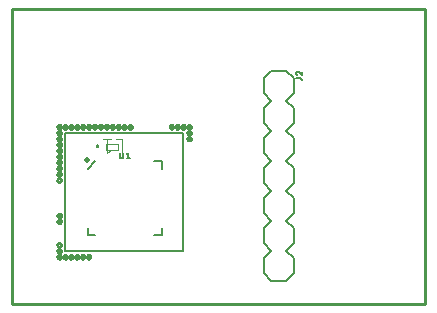
<source format=gbr>
G04 EAGLE Gerber X2 export*
%TF.Part,Single*%
%TF.FileFunction,Legend,Top,1*%
%TF.FilePolarity,Positive*%
%TF.GenerationSoftware,Autodesk,EAGLE,8.6.3*%
%TF.CreationDate,2018-03-01T00:52:03Z*%
G75*
%MOMM*%
%FSLAX34Y34*%
%LPD*%
%AMOC8*
5,1,8,0,0,1.08239X$1,22.5*%
G01*
%ADD10C,0.152400*%
%ADD11C,0.203200*%
%ADD12C,0.500000*%
%ADD13C,0.127000*%
%ADD14C,0.010000*%
%ADD15C,0.076200*%
%ADD16C,0.254000*%


D10*
X45000Y45000D02*
X45000Y145000D01*
X145000Y145000D01*
X145000Y45000D01*
X45000Y45000D01*
D11*
X64250Y58330D02*
X64250Y64600D01*
X64250Y58330D02*
X70520Y58330D01*
X126790Y58330D02*
X126790Y64600D01*
X126790Y120870D02*
X120520Y120870D01*
X120520Y58330D02*
X126790Y58330D01*
X126790Y114600D02*
X126790Y120870D01*
X70520Y120870D02*
X64250Y114600D01*
D12*
X63520Y121600D03*
D13*
X91345Y124576D02*
X91345Y128061D01*
X91344Y124576D02*
X91346Y124505D01*
X91352Y124433D01*
X91361Y124363D01*
X91374Y124293D01*
X91391Y124223D01*
X91412Y124155D01*
X91436Y124088D01*
X91464Y124022D01*
X91495Y123958D01*
X91530Y123895D01*
X91568Y123835D01*
X91609Y123776D01*
X91653Y123720D01*
X91700Y123666D01*
X91749Y123615D01*
X91802Y123567D01*
X91857Y123521D01*
X91914Y123479D01*
X91974Y123439D01*
X92035Y123403D01*
X92099Y123370D01*
X92164Y123341D01*
X92230Y123315D01*
X92298Y123292D01*
X92367Y123273D01*
X92437Y123258D01*
X92507Y123247D01*
X92578Y123239D01*
X92649Y123235D01*
X92721Y123235D01*
X92792Y123239D01*
X92863Y123247D01*
X92933Y123258D01*
X93003Y123273D01*
X93072Y123292D01*
X93140Y123315D01*
X93206Y123341D01*
X93271Y123370D01*
X93335Y123403D01*
X93396Y123439D01*
X93456Y123479D01*
X93513Y123521D01*
X93568Y123567D01*
X93621Y123615D01*
X93670Y123666D01*
X93717Y123720D01*
X93761Y123776D01*
X93802Y123835D01*
X93840Y123895D01*
X93875Y123958D01*
X93906Y124022D01*
X93934Y124088D01*
X93958Y124155D01*
X93979Y124223D01*
X93996Y124293D01*
X94009Y124363D01*
X94018Y124433D01*
X94024Y124505D01*
X94026Y124576D01*
X94026Y128061D01*
X97014Y126989D02*
X98355Y128061D01*
X98355Y123235D01*
X99695Y123235D02*
X97014Y123235D01*
D14*
X89650Y130270D02*
X89650Y135270D01*
X89650Y130270D02*
X79650Y130270D01*
X79650Y135270D01*
X89650Y135270D01*
D11*
X238659Y38587D02*
X238659Y25887D01*
X232309Y19537D01*
X219609Y19537D02*
X213259Y25887D01*
X238659Y63987D02*
X232309Y70337D01*
X238659Y63987D02*
X238659Y51287D01*
X232309Y44937D01*
X219609Y44937D02*
X213259Y51287D01*
X213259Y63987D01*
X219609Y70337D01*
X232309Y44937D02*
X238659Y38587D01*
X219609Y44937D02*
X213259Y38587D01*
X213259Y25887D01*
X238659Y102087D02*
X238659Y114787D01*
X238659Y102087D02*
X232309Y95737D01*
X219609Y95737D02*
X213259Y102087D01*
X232309Y95737D02*
X238659Y89387D01*
X238659Y76687D01*
X232309Y70337D01*
X219609Y70337D02*
X213259Y76687D01*
X213259Y89387D01*
X219609Y95737D01*
X238659Y140187D02*
X232309Y146537D01*
X238659Y140187D02*
X238659Y127487D01*
X232309Y121137D01*
X219609Y121137D02*
X213259Y127487D01*
X213259Y140187D01*
X219609Y146537D01*
X232309Y121137D02*
X238659Y114787D01*
X219609Y121137D02*
X213259Y114787D01*
X213259Y102087D01*
X238659Y178287D02*
X238659Y190987D01*
X238659Y178287D02*
X232309Y171937D01*
X219609Y171937D02*
X213259Y178287D01*
X232309Y171937D02*
X238659Y165587D01*
X238659Y152887D01*
X232309Y146537D01*
X219609Y146537D02*
X213259Y152887D01*
X213259Y165587D01*
X219609Y171937D01*
X219609Y197337D02*
X232309Y197337D01*
X238659Y190987D01*
X219609Y197337D02*
X213259Y190987D01*
X213259Y178287D01*
X219609Y19537D02*
X232309Y19537D01*
D13*
X240564Y191073D02*
X244318Y191073D01*
X244383Y191071D01*
X244447Y191065D01*
X244511Y191055D01*
X244575Y191042D01*
X244637Y191024D01*
X244698Y191003D01*
X244758Y190979D01*
X244816Y190950D01*
X244873Y190918D01*
X244927Y190883D01*
X244979Y190845D01*
X245029Y190803D01*
X245076Y190759D01*
X245120Y190712D01*
X245162Y190662D01*
X245200Y190610D01*
X245235Y190556D01*
X245267Y190499D01*
X245296Y190441D01*
X245320Y190381D01*
X245341Y190320D01*
X245359Y190258D01*
X245372Y190194D01*
X245382Y190130D01*
X245388Y190066D01*
X245390Y190001D01*
X245390Y189465D01*
X240564Y195496D02*
X240566Y195564D01*
X240572Y195631D01*
X240581Y195698D01*
X240594Y195765D01*
X240611Y195830D01*
X240632Y195895D01*
X240656Y195958D01*
X240684Y196020D01*
X240715Y196080D01*
X240749Y196138D01*
X240787Y196194D01*
X240827Y196249D01*
X240871Y196300D01*
X240918Y196349D01*
X240967Y196396D01*
X241018Y196440D01*
X241073Y196480D01*
X241129Y196518D01*
X241187Y196552D01*
X241247Y196583D01*
X241309Y196611D01*
X241372Y196635D01*
X241437Y196656D01*
X241502Y196673D01*
X241569Y196686D01*
X241636Y196695D01*
X241703Y196701D01*
X241771Y196703D01*
X240564Y195496D02*
X240566Y195418D01*
X240572Y195340D01*
X240582Y195263D01*
X240595Y195186D01*
X240613Y195110D01*
X240634Y195035D01*
X240659Y194961D01*
X240688Y194889D01*
X240720Y194818D01*
X240756Y194749D01*
X240795Y194681D01*
X240838Y194616D01*
X240884Y194553D01*
X240933Y194492D01*
X240985Y194434D01*
X241040Y194379D01*
X241097Y194326D01*
X241157Y194277D01*
X241220Y194230D01*
X241285Y194187D01*
X241351Y194147D01*
X241420Y194110D01*
X241491Y194077D01*
X241563Y194047D01*
X241637Y194021D01*
X242709Y196301D02*
X242660Y196350D01*
X242608Y196397D01*
X242553Y196440D01*
X242496Y196481D01*
X242437Y196519D01*
X242376Y196553D01*
X242313Y196584D01*
X242249Y196612D01*
X242183Y196636D01*
X242117Y196656D01*
X242049Y196673D01*
X241980Y196686D01*
X241911Y196695D01*
X241841Y196701D01*
X241771Y196703D01*
X242709Y196300D02*
X245390Y194021D01*
X245390Y196702D01*
D10*
X73280Y134089D02*
X73278Y134143D01*
X73272Y134197D01*
X73263Y134251D01*
X73249Y134304D01*
X73232Y134355D01*
X73211Y134406D01*
X73187Y134454D01*
X73159Y134501D01*
X73128Y134546D01*
X73094Y134588D01*
X73057Y134628D01*
X73017Y134665D01*
X72975Y134699D01*
X72930Y134730D01*
X72883Y134758D01*
X72835Y134782D01*
X72784Y134803D01*
X72733Y134820D01*
X72680Y134834D01*
X72626Y134843D01*
X72572Y134849D01*
X72518Y134851D01*
X72464Y134849D01*
X72410Y134843D01*
X72356Y134834D01*
X72303Y134820D01*
X72252Y134803D01*
X72201Y134782D01*
X72153Y134758D01*
X72106Y134730D01*
X72061Y134699D01*
X72019Y134665D01*
X71979Y134628D01*
X71942Y134588D01*
X71908Y134546D01*
X71877Y134501D01*
X71849Y134454D01*
X71825Y134406D01*
X71804Y134355D01*
X71787Y134304D01*
X71773Y134251D01*
X71764Y134197D01*
X71758Y134143D01*
X71756Y134089D01*
X71758Y134035D01*
X71764Y133981D01*
X71773Y133927D01*
X71787Y133874D01*
X71804Y133823D01*
X71825Y133772D01*
X71849Y133724D01*
X71877Y133677D01*
X71908Y133632D01*
X71942Y133590D01*
X71979Y133550D01*
X72019Y133513D01*
X72061Y133479D01*
X72106Y133448D01*
X72153Y133420D01*
X72201Y133396D01*
X72252Y133375D01*
X72303Y133358D01*
X72356Y133344D01*
X72410Y133335D01*
X72464Y133329D01*
X72518Y133327D01*
X72572Y133329D01*
X72626Y133335D01*
X72680Y133344D01*
X72733Y133358D01*
X72784Y133375D01*
X72835Y133396D01*
X72883Y133420D01*
X72930Y133448D01*
X72975Y133479D01*
X73017Y133513D01*
X73057Y133550D01*
X73094Y133590D01*
X73128Y133632D01*
X73159Y133677D01*
X73187Y133724D01*
X73211Y133772D01*
X73232Y133823D01*
X73249Y133874D01*
X73263Y133927D01*
X73272Y133981D01*
X73278Y134035D01*
X73280Y134089D01*
D15*
X93473Y128120D02*
X93473Y140058D01*
X88168Y140058D01*
X83968Y130773D02*
X80652Y128120D01*
X80652Y140058D01*
X83968Y140058D02*
X77336Y140058D01*
D16*
X0Y0D02*
X350000Y0D01*
X350000Y250000D01*
X0Y250000D01*
X0Y0D01*
X41500Y144852D02*
X41442Y144562D01*
X41329Y144289D01*
X41165Y144044D01*
X40956Y143835D01*
X40711Y143671D01*
X40438Y143558D01*
X40148Y143500D01*
X39852Y143500D01*
X39562Y143558D01*
X39289Y143671D01*
X39044Y143835D01*
X38835Y144044D01*
X38671Y144289D01*
X38558Y144562D01*
X38500Y144852D01*
X38500Y145148D01*
X38558Y145438D01*
X38671Y145711D01*
X38835Y145956D01*
X39044Y146165D01*
X39289Y146329D01*
X39562Y146442D01*
X39852Y146500D01*
X40148Y146500D01*
X40438Y146442D01*
X40711Y146329D01*
X40956Y146165D01*
X41165Y145956D01*
X41329Y145711D01*
X41442Y145438D01*
X41500Y145148D01*
X41500Y144852D01*
X41500Y139852D02*
X41442Y139562D01*
X41329Y139289D01*
X41165Y139044D01*
X40956Y138835D01*
X40711Y138671D01*
X40438Y138558D01*
X40148Y138500D01*
X39852Y138500D01*
X39562Y138558D01*
X39289Y138671D01*
X39044Y138835D01*
X38835Y139044D01*
X38671Y139289D01*
X38558Y139562D01*
X38500Y139852D01*
X38500Y140148D01*
X38558Y140438D01*
X38671Y140711D01*
X38835Y140956D01*
X39044Y141165D01*
X39289Y141329D01*
X39562Y141442D01*
X39852Y141500D01*
X40148Y141500D01*
X40438Y141442D01*
X40711Y141329D01*
X40956Y141165D01*
X41165Y140956D01*
X41329Y140711D01*
X41442Y140438D01*
X41500Y140148D01*
X41500Y139852D01*
X41500Y134852D02*
X41442Y134562D01*
X41329Y134289D01*
X41165Y134044D01*
X40956Y133835D01*
X40711Y133671D01*
X40438Y133558D01*
X40148Y133500D01*
X39852Y133500D01*
X39562Y133558D01*
X39289Y133671D01*
X39044Y133835D01*
X38835Y134044D01*
X38671Y134289D01*
X38558Y134562D01*
X38500Y134852D01*
X38500Y135148D01*
X38558Y135438D01*
X38671Y135711D01*
X38835Y135956D01*
X39044Y136165D01*
X39289Y136329D01*
X39562Y136442D01*
X39852Y136500D01*
X40148Y136500D01*
X40438Y136442D01*
X40711Y136329D01*
X40956Y136165D01*
X41165Y135956D01*
X41329Y135711D01*
X41442Y135438D01*
X41500Y135148D01*
X41500Y134852D01*
X41500Y129852D02*
X41442Y129562D01*
X41329Y129289D01*
X41165Y129044D01*
X40956Y128835D01*
X40711Y128671D01*
X40438Y128558D01*
X40148Y128500D01*
X39852Y128500D01*
X39562Y128558D01*
X39289Y128671D01*
X39044Y128835D01*
X38835Y129044D01*
X38671Y129289D01*
X38558Y129562D01*
X38500Y129852D01*
X38500Y130148D01*
X38558Y130438D01*
X38671Y130711D01*
X38835Y130956D01*
X39044Y131165D01*
X39289Y131329D01*
X39562Y131442D01*
X39852Y131500D01*
X40148Y131500D01*
X40438Y131442D01*
X40711Y131329D01*
X40956Y131165D01*
X41165Y130956D01*
X41329Y130711D01*
X41442Y130438D01*
X41500Y130148D01*
X41500Y129852D01*
X41500Y124852D02*
X41442Y124562D01*
X41329Y124289D01*
X41165Y124044D01*
X40956Y123835D01*
X40711Y123671D01*
X40438Y123558D01*
X40148Y123500D01*
X39852Y123500D01*
X39562Y123558D01*
X39289Y123671D01*
X39044Y123835D01*
X38835Y124044D01*
X38671Y124289D01*
X38558Y124562D01*
X38500Y124852D01*
X38500Y125148D01*
X38558Y125438D01*
X38671Y125711D01*
X38835Y125956D01*
X39044Y126165D01*
X39289Y126329D01*
X39562Y126442D01*
X39852Y126500D01*
X40148Y126500D01*
X40438Y126442D01*
X40711Y126329D01*
X40956Y126165D01*
X41165Y125956D01*
X41329Y125711D01*
X41442Y125438D01*
X41500Y125148D01*
X41500Y124852D01*
X41500Y119852D02*
X41442Y119562D01*
X41329Y119289D01*
X41165Y119044D01*
X40956Y118835D01*
X40711Y118671D01*
X40438Y118558D01*
X40148Y118500D01*
X39852Y118500D01*
X39562Y118558D01*
X39289Y118671D01*
X39044Y118835D01*
X38835Y119044D01*
X38671Y119289D01*
X38558Y119562D01*
X38500Y119852D01*
X38500Y120148D01*
X38558Y120438D01*
X38671Y120711D01*
X38835Y120956D01*
X39044Y121165D01*
X39289Y121329D01*
X39562Y121442D01*
X39852Y121500D01*
X40148Y121500D01*
X40438Y121442D01*
X40711Y121329D01*
X40956Y121165D01*
X41165Y120956D01*
X41329Y120711D01*
X41442Y120438D01*
X41500Y120148D01*
X41500Y119852D01*
X41500Y114852D02*
X41442Y114562D01*
X41329Y114289D01*
X41165Y114044D01*
X40956Y113835D01*
X40711Y113671D01*
X40438Y113558D01*
X40148Y113500D01*
X39852Y113500D01*
X39562Y113558D01*
X39289Y113671D01*
X39044Y113835D01*
X38835Y114044D01*
X38671Y114289D01*
X38558Y114562D01*
X38500Y114852D01*
X38500Y115148D01*
X38558Y115438D01*
X38671Y115711D01*
X38835Y115956D01*
X39044Y116165D01*
X39289Y116329D01*
X39562Y116442D01*
X39852Y116500D01*
X40148Y116500D01*
X40438Y116442D01*
X40711Y116329D01*
X40956Y116165D01*
X41165Y115956D01*
X41329Y115711D01*
X41442Y115438D01*
X41500Y115148D01*
X41500Y114852D01*
X41500Y109852D02*
X41442Y109562D01*
X41329Y109289D01*
X41165Y109044D01*
X40956Y108835D01*
X40711Y108671D01*
X40438Y108558D01*
X40148Y108500D01*
X39852Y108500D01*
X39562Y108558D01*
X39289Y108671D01*
X39044Y108835D01*
X38835Y109044D01*
X38671Y109289D01*
X38558Y109562D01*
X38500Y109852D01*
X38500Y110148D01*
X38558Y110438D01*
X38671Y110711D01*
X38835Y110956D01*
X39044Y111165D01*
X39289Y111329D01*
X39562Y111442D01*
X39852Y111500D01*
X40148Y111500D01*
X40438Y111442D01*
X40711Y111329D01*
X40956Y111165D01*
X41165Y110956D01*
X41329Y110711D01*
X41442Y110438D01*
X41500Y110148D01*
X41500Y109852D01*
X41500Y104852D02*
X41442Y104562D01*
X41329Y104289D01*
X41165Y104044D01*
X40956Y103835D01*
X40711Y103671D01*
X40438Y103558D01*
X40148Y103500D01*
X39852Y103500D01*
X39562Y103558D01*
X39289Y103671D01*
X39044Y103835D01*
X38835Y104044D01*
X38671Y104289D01*
X38558Y104562D01*
X38500Y104852D01*
X38500Y105148D01*
X38558Y105438D01*
X38671Y105711D01*
X38835Y105956D01*
X39044Y106165D01*
X39289Y106329D01*
X39562Y106442D01*
X39852Y106500D01*
X40148Y106500D01*
X40438Y106442D01*
X40711Y106329D01*
X40956Y106165D01*
X41165Y105956D01*
X41329Y105711D01*
X41442Y105438D01*
X41500Y105148D01*
X41500Y104852D01*
X41500Y74852D02*
X41442Y74562D01*
X41329Y74289D01*
X41165Y74044D01*
X40956Y73835D01*
X40711Y73671D01*
X40438Y73558D01*
X40148Y73500D01*
X39852Y73500D01*
X39562Y73558D01*
X39289Y73671D01*
X39044Y73835D01*
X38835Y74044D01*
X38671Y74289D01*
X38558Y74562D01*
X38500Y74852D01*
X38500Y75148D01*
X38558Y75438D01*
X38671Y75711D01*
X38835Y75956D01*
X39044Y76165D01*
X39289Y76329D01*
X39562Y76442D01*
X39852Y76500D01*
X40148Y76500D01*
X40438Y76442D01*
X40711Y76329D01*
X40956Y76165D01*
X41165Y75956D01*
X41329Y75711D01*
X41442Y75438D01*
X41500Y75148D01*
X41500Y74852D01*
X41500Y69852D02*
X41442Y69562D01*
X41329Y69289D01*
X41165Y69044D01*
X40956Y68835D01*
X40711Y68671D01*
X40438Y68558D01*
X40148Y68500D01*
X39852Y68500D01*
X39562Y68558D01*
X39289Y68671D01*
X39044Y68835D01*
X38835Y69044D01*
X38671Y69289D01*
X38558Y69562D01*
X38500Y69852D01*
X38500Y70148D01*
X38558Y70438D01*
X38671Y70711D01*
X38835Y70956D01*
X39044Y71165D01*
X39289Y71329D01*
X39562Y71442D01*
X39852Y71500D01*
X40148Y71500D01*
X40438Y71442D01*
X40711Y71329D01*
X40956Y71165D01*
X41165Y70956D01*
X41329Y70711D01*
X41442Y70438D01*
X41500Y70148D01*
X41500Y69852D01*
X41500Y49852D02*
X41442Y49562D01*
X41329Y49289D01*
X41165Y49044D01*
X40956Y48835D01*
X40711Y48671D01*
X40438Y48558D01*
X40148Y48500D01*
X39852Y48500D01*
X39562Y48558D01*
X39289Y48671D01*
X39044Y48835D01*
X38835Y49044D01*
X38671Y49289D01*
X38558Y49562D01*
X38500Y49852D01*
X38500Y50148D01*
X38558Y50438D01*
X38671Y50711D01*
X38835Y50956D01*
X39044Y51165D01*
X39289Y51329D01*
X39562Y51442D01*
X39852Y51500D01*
X40148Y51500D01*
X40438Y51442D01*
X40711Y51329D01*
X40956Y51165D01*
X41165Y50956D01*
X41329Y50711D01*
X41442Y50438D01*
X41500Y50148D01*
X41500Y49852D01*
X41500Y44852D02*
X41442Y44562D01*
X41329Y44289D01*
X41165Y44044D01*
X40956Y43835D01*
X40711Y43671D01*
X40438Y43558D01*
X40148Y43500D01*
X39852Y43500D01*
X39562Y43558D01*
X39289Y43671D01*
X39044Y43835D01*
X38835Y44044D01*
X38671Y44289D01*
X38558Y44562D01*
X38500Y44852D01*
X38500Y45148D01*
X38558Y45438D01*
X38671Y45711D01*
X38835Y45956D01*
X39044Y46165D01*
X39289Y46329D01*
X39562Y46442D01*
X39852Y46500D01*
X40148Y46500D01*
X40438Y46442D01*
X40711Y46329D01*
X40956Y46165D01*
X41165Y45956D01*
X41329Y45711D01*
X41442Y45438D01*
X41500Y45148D01*
X41500Y44852D01*
X41500Y39852D02*
X41442Y39562D01*
X41329Y39289D01*
X41165Y39044D01*
X40956Y38835D01*
X40711Y38671D01*
X40438Y38558D01*
X40148Y38500D01*
X39852Y38500D01*
X39562Y38558D01*
X39289Y38671D01*
X39044Y38835D01*
X38835Y39044D01*
X38671Y39289D01*
X38558Y39562D01*
X38500Y39852D01*
X38500Y40148D01*
X38558Y40438D01*
X38671Y40711D01*
X38835Y40956D01*
X39044Y41165D01*
X39289Y41329D01*
X39562Y41442D01*
X39852Y41500D01*
X40148Y41500D01*
X40438Y41442D01*
X40711Y41329D01*
X40956Y41165D01*
X41165Y40956D01*
X41329Y40711D01*
X41442Y40438D01*
X41500Y40148D01*
X41500Y39852D01*
X46500Y39852D02*
X46442Y39562D01*
X46329Y39289D01*
X46165Y39044D01*
X45956Y38835D01*
X45711Y38671D01*
X45438Y38558D01*
X45148Y38500D01*
X44852Y38500D01*
X44562Y38558D01*
X44289Y38671D01*
X44044Y38835D01*
X43835Y39044D01*
X43671Y39289D01*
X43558Y39562D01*
X43500Y39852D01*
X43500Y40148D01*
X43558Y40438D01*
X43671Y40711D01*
X43835Y40956D01*
X44044Y41165D01*
X44289Y41329D01*
X44562Y41442D01*
X44852Y41500D01*
X45148Y41500D01*
X45438Y41442D01*
X45711Y41329D01*
X45956Y41165D01*
X46165Y40956D01*
X46329Y40711D01*
X46442Y40438D01*
X46500Y40148D01*
X46500Y39852D01*
X51500Y39852D02*
X51442Y39562D01*
X51329Y39289D01*
X51165Y39044D01*
X50956Y38835D01*
X50711Y38671D01*
X50438Y38558D01*
X50148Y38500D01*
X49852Y38500D01*
X49562Y38558D01*
X49289Y38671D01*
X49044Y38835D01*
X48835Y39044D01*
X48671Y39289D01*
X48558Y39562D01*
X48500Y39852D01*
X48500Y40148D01*
X48558Y40438D01*
X48671Y40711D01*
X48835Y40956D01*
X49044Y41165D01*
X49289Y41329D01*
X49562Y41442D01*
X49852Y41500D01*
X50148Y41500D01*
X50438Y41442D01*
X50711Y41329D01*
X50956Y41165D01*
X51165Y40956D01*
X51329Y40711D01*
X51442Y40438D01*
X51500Y40148D01*
X51500Y39852D01*
X56500Y39852D02*
X56442Y39562D01*
X56329Y39289D01*
X56165Y39044D01*
X55956Y38835D01*
X55711Y38671D01*
X55438Y38558D01*
X55148Y38500D01*
X54852Y38500D01*
X54562Y38558D01*
X54289Y38671D01*
X54044Y38835D01*
X53835Y39044D01*
X53671Y39289D01*
X53558Y39562D01*
X53500Y39852D01*
X53500Y40148D01*
X53558Y40438D01*
X53671Y40711D01*
X53835Y40956D01*
X54044Y41165D01*
X54289Y41329D01*
X54562Y41442D01*
X54852Y41500D01*
X55148Y41500D01*
X55438Y41442D01*
X55711Y41329D01*
X55956Y41165D01*
X56165Y40956D01*
X56329Y40711D01*
X56442Y40438D01*
X56500Y40148D01*
X56500Y39852D01*
X61500Y39852D02*
X61442Y39562D01*
X61329Y39289D01*
X61165Y39044D01*
X60956Y38835D01*
X60711Y38671D01*
X60438Y38558D01*
X60148Y38500D01*
X59852Y38500D01*
X59562Y38558D01*
X59289Y38671D01*
X59044Y38835D01*
X58835Y39044D01*
X58671Y39289D01*
X58558Y39562D01*
X58500Y39852D01*
X58500Y40148D01*
X58558Y40438D01*
X58671Y40711D01*
X58835Y40956D01*
X59044Y41165D01*
X59289Y41329D01*
X59562Y41442D01*
X59852Y41500D01*
X60148Y41500D01*
X60438Y41442D01*
X60711Y41329D01*
X60956Y41165D01*
X61165Y40956D01*
X61329Y40711D01*
X61442Y40438D01*
X61500Y40148D01*
X61500Y39852D01*
X66500Y39852D02*
X66442Y39562D01*
X66329Y39289D01*
X66165Y39044D01*
X65956Y38835D01*
X65711Y38671D01*
X65438Y38558D01*
X65148Y38500D01*
X64852Y38500D01*
X64562Y38558D01*
X64289Y38671D01*
X64044Y38835D01*
X63835Y39044D01*
X63671Y39289D01*
X63558Y39562D01*
X63500Y39852D01*
X63500Y40148D01*
X63558Y40438D01*
X63671Y40711D01*
X63835Y40956D01*
X64044Y41165D01*
X64289Y41329D01*
X64562Y41442D01*
X64852Y41500D01*
X65148Y41500D01*
X65438Y41442D01*
X65711Y41329D01*
X65956Y41165D01*
X66165Y40956D01*
X66329Y40711D01*
X66442Y40438D01*
X66500Y40148D01*
X66500Y39852D01*
X41500Y149852D02*
X41442Y149562D01*
X41329Y149289D01*
X41165Y149044D01*
X40956Y148835D01*
X40711Y148671D01*
X40438Y148558D01*
X40148Y148500D01*
X39852Y148500D01*
X39562Y148558D01*
X39289Y148671D01*
X39044Y148835D01*
X38835Y149044D01*
X38671Y149289D01*
X38558Y149562D01*
X38500Y149852D01*
X38500Y150148D01*
X38558Y150438D01*
X38671Y150711D01*
X38835Y150956D01*
X39044Y151165D01*
X39289Y151329D01*
X39562Y151442D01*
X39852Y151500D01*
X40148Y151500D01*
X40438Y151442D01*
X40711Y151329D01*
X40956Y151165D01*
X41165Y150956D01*
X41329Y150711D01*
X41442Y150438D01*
X41500Y150148D01*
X41500Y149852D01*
X46500Y149852D02*
X46442Y149562D01*
X46329Y149289D01*
X46165Y149044D01*
X45956Y148835D01*
X45711Y148671D01*
X45438Y148558D01*
X45148Y148500D01*
X44852Y148500D01*
X44562Y148558D01*
X44289Y148671D01*
X44044Y148835D01*
X43835Y149044D01*
X43671Y149289D01*
X43558Y149562D01*
X43500Y149852D01*
X43500Y150148D01*
X43558Y150438D01*
X43671Y150711D01*
X43835Y150956D01*
X44044Y151165D01*
X44289Y151329D01*
X44562Y151442D01*
X44852Y151500D01*
X45148Y151500D01*
X45438Y151442D01*
X45711Y151329D01*
X45956Y151165D01*
X46165Y150956D01*
X46329Y150711D01*
X46442Y150438D01*
X46500Y150148D01*
X46500Y149852D01*
X51500Y149852D02*
X51442Y149562D01*
X51329Y149289D01*
X51165Y149044D01*
X50956Y148835D01*
X50711Y148671D01*
X50438Y148558D01*
X50148Y148500D01*
X49852Y148500D01*
X49562Y148558D01*
X49289Y148671D01*
X49044Y148835D01*
X48835Y149044D01*
X48671Y149289D01*
X48558Y149562D01*
X48500Y149852D01*
X48500Y150148D01*
X48558Y150438D01*
X48671Y150711D01*
X48835Y150956D01*
X49044Y151165D01*
X49289Y151329D01*
X49562Y151442D01*
X49852Y151500D01*
X50148Y151500D01*
X50438Y151442D01*
X50711Y151329D01*
X50956Y151165D01*
X51165Y150956D01*
X51329Y150711D01*
X51442Y150438D01*
X51500Y150148D01*
X51500Y149852D01*
X56500Y149852D02*
X56442Y149562D01*
X56329Y149289D01*
X56165Y149044D01*
X55956Y148835D01*
X55711Y148671D01*
X55438Y148558D01*
X55148Y148500D01*
X54852Y148500D01*
X54562Y148558D01*
X54289Y148671D01*
X54044Y148835D01*
X53835Y149044D01*
X53671Y149289D01*
X53558Y149562D01*
X53500Y149852D01*
X53500Y150148D01*
X53558Y150438D01*
X53671Y150711D01*
X53835Y150956D01*
X54044Y151165D01*
X54289Y151329D01*
X54562Y151442D01*
X54852Y151500D01*
X55148Y151500D01*
X55438Y151442D01*
X55711Y151329D01*
X55956Y151165D01*
X56165Y150956D01*
X56329Y150711D01*
X56442Y150438D01*
X56500Y150148D01*
X56500Y149852D01*
X61500Y149852D02*
X61442Y149562D01*
X61329Y149289D01*
X61165Y149044D01*
X60956Y148835D01*
X60711Y148671D01*
X60438Y148558D01*
X60148Y148500D01*
X59852Y148500D01*
X59562Y148558D01*
X59289Y148671D01*
X59044Y148835D01*
X58835Y149044D01*
X58671Y149289D01*
X58558Y149562D01*
X58500Y149852D01*
X58500Y150148D01*
X58558Y150438D01*
X58671Y150711D01*
X58835Y150956D01*
X59044Y151165D01*
X59289Y151329D01*
X59562Y151442D01*
X59852Y151500D01*
X60148Y151500D01*
X60438Y151442D01*
X60711Y151329D01*
X60956Y151165D01*
X61165Y150956D01*
X61329Y150711D01*
X61442Y150438D01*
X61500Y150148D01*
X61500Y149852D01*
X66500Y149852D02*
X66442Y149562D01*
X66329Y149289D01*
X66165Y149044D01*
X65956Y148835D01*
X65711Y148671D01*
X65438Y148558D01*
X65148Y148500D01*
X64852Y148500D01*
X64562Y148558D01*
X64289Y148671D01*
X64044Y148835D01*
X63835Y149044D01*
X63671Y149289D01*
X63558Y149562D01*
X63500Y149852D01*
X63500Y150148D01*
X63558Y150438D01*
X63671Y150711D01*
X63835Y150956D01*
X64044Y151165D01*
X64289Y151329D01*
X64562Y151442D01*
X64852Y151500D01*
X65148Y151500D01*
X65438Y151442D01*
X65711Y151329D01*
X65956Y151165D01*
X66165Y150956D01*
X66329Y150711D01*
X66442Y150438D01*
X66500Y150148D01*
X66500Y149852D01*
X71500Y149852D02*
X71442Y149562D01*
X71329Y149289D01*
X71165Y149044D01*
X70956Y148835D01*
X70711Y148671D01*
X70438Y148558D01*
X70148Y148500D01*
X69852Y148500D01*
X69562Y148558D01*
X69289Y148671D01*
X69044Y148835D01*
X68835Y149044D01*
X68671Y149289D01*
X68558Y149562D01*
X68500Y149852D01*
X68500Y150148D01*
X68558Y150438D01*
X68671Y150711D01*
X68835Y150956D01*
X69044Y151165D01*
X69289Y151329D01*
X69562Y151442D01*
X69852Y151500D01*
X70148Y151500D01*
X70438Y151442D01*
X70711Y151329D01*
X70956Y151165D01*
X71165Y150956D01*
X71329Y150711D01*
X71442Y150438D01*
X71500Y150148D01*
X71500Y149852D01*
X76500Y149852D02*
X76442Y149562D01*
X76329Y149289D01*
X76165Y149044D01*
X75956Y148835D01*
X75711Y148671D01*
X75438Y148558D01*
X75148Y148500D01*
X74852Y148500D01*
X74562Y148558D01*
X74289Y148671D01*
X74044Y148835D01*
X73835Y149044D01*
X73671Y149289D01*
X73558Y149562D01*
X73500Y149852D01*
X73500Y150148D01*
X73558Y150438D01*
X73671Y150711D01*
X73835Y150956D01*
X74044Y151165D01*
X74289Y151329D01*
X74562Y151442D01*
X74852Y151500D01*
X75148Y151500D01*
X75438Y151442D01*
X75711Y151329D01*
X75956Y151165D01*
X76165Y150956D01*
X76329Y150711D01*
X76442Y150438D01*
X76500Y150148D01*
X76500Y149852D01*
X81500Y149852D02*
X81442Y149562D01*
X81329Y149289D01*
X81165Y149044D01*
X80956Y148835D01*
X80711Y148671D01*
X80438Y148558D01*
X80148Y148500D01*
X79852Y148500D01*
X79562Y148558D01*
X79289Y148671D01*
X79044Y148835D01*
X78835Y149044D01*
X78671Y149289D01*
X78558Y149562D01*
X78500Y149852D01*
X78500Y150148D01*
X78558Y150438D01*
X78671Y150711D01*
X78835Y150956D01*
X79044Y151165D01*
X79289Y151329D01*
X79562Y151442D01*
X79852Y151500D01*
X80148Y151500D01*
X80438Y151442D01*
X80711Y151329D01*
X80956Y151165D01*
X81165Y150956D01*
X81329Y150711D01*
X81442Y150438D01*
X81500Y150148D01*
X81500Y149852D01*
X86500Y149852D02*
X86442Y149562D01*
X86329Y149289D01*
X86165Y149044D01*
X85956Y148835D01*
X85711Y148671D01*
X85438Y148558D01*
X85148Y148500D01*
X84852Y148500D01*
X84562Y148558D01*
X84289Y148671D01*
X84044Y148835D01*
X83835Y149044D01*
X83671Y149289D01*
X83558Y149562D01*
X83500Y149852D01*
X83500Y150148D01*
X83558Y150438D01*
X83671Y150711D01*
X83835Y150956D01*
X84044Y151165D01*
X84289Y151329D01*
X84562Y151442D01*
X84852Y151500D01*
X85148Y151500D01*
X85438Y151442D01*
X85711Y151329D01*
X85956Y151165D01*
X86165Y150956D01*
X86329Y150711D01*
X86442Y150438D01*
X86500Y150148D01*
X86500Y149852D01*
X91500Y149852D02*
X91442Y149562D01*
X91329Y149289D01*
X91165Y149044D01*
X90956Y148835D01*
X90711Y148671D01*
X90438Y148558D01*
X90148Y148500D01*
X89852Y148500D01*
X89562Y148558D01*
X89289Y148671D01*
X89044Y148835D01*
X88835Y149044D01*
X88671Y149289D01*
X88558Y149562D01*
X88500Y149852D01*
X88500Y150148D01*
X88558Y150438D01*
X88671Y150711D01*
X88835Y150956D01*
X89044Y151165D01*
X89289Y151329D01*
X89562Y151442D01*
X89852Y151500D01*
X90148Y151500D01*
X90438Y151442D01*
X90711Y151329D01*
X90956Y151165D01*
X91165Y150956D01*
X91329Y150711D01*
X91442Y150438D01*
X91500Y150148D01*
X91500Y149852D01*
X96500Y149852D02*
X96442Y149562D01*
X96329Y149289D01*
X96165Y149044D01*
X95956Y148835D01*
X95711Y148671D01*
X95438Y148558D01*
X95148Y148500D01*
X94852Y148500D01*
X94562Y148558D01*
X94289Y148671D01*
X94044Y148835D01*
X93835Y149044D01*
X93671Y149289D01*
X93558Y149562D01*
X93500Y149852D01*
X93500Y150148D01*
X93558Y150438D01*
X93671Y150711D01*
X93835Y150956D01*
X94044Y151165D01*
X94289Y151329D01*
X94562Y151442D01*
X94852Y151500D01*
X95148Y151500D01*
X95438Y151442D01*
X95711Y151329D01*
X95956Y151165D01*
X96165Y150956D01*
X96329Y150711D01*
X96442Y150438D01*
X96500Y150148D01*
X96500Y149852D01*
X101500Y149852D02*
X101442Y149562D01*
X101329Y149289D01*
X101165Y149044D01*
X100956Y148835D01*
X100711Y148671D01*
X100438Y148558D01*
X100148Y148500D01*
X99852Y148500D01*
X99562Y148558D01*
X99289Y148671D01*
X99044Y148835D01*
X98835Y149044D01*
X98671Y149289D01*
X98558Y149562D01*
X98500Y149852D01*
X98500Y150148D01*
X98558Y150438D01*
X98671Y150711D01*
X98835Y150956D01*
X99044Y151165D01*
X99289Y151329D01*
X99562Y151442D01*
X99852Y151500D01*
X100148Y151500D01*
X100438Y151442D01*
X100711Y151329D01*
X100956Y151165D01*
X101165Y150956D01*
X101329Y150711D01*
X101442Y150438D01*
X101500Y150148D01*
X101500Y149852D01*
X136500Y149852D02*
X136442Y149562D01*
X136329Y149289D01*
X136165Y149044D01*
X135956Y148835D01*
X135711Y148671D01*
X135438Y148558D01*
X135148Y148500D01*
X134852Y148500D01*
X134562Y148558D01*
X134289Y148671D01*
X134044Y148835D01*
X133835Y149044D01*
X133671Y149289D01*
X133558Y149562D01*
X133500Y149852D01*
X133500Y150148D01*
X133558Y150438D01*
X133671Y150711D01*
X133835Y150956D01*
X134044Y151165D01*
X134289Y151329D01*
X134562Y151442D01*
X134852Y151500D01*
X135148Y151500D01*
X135438Y151442D01*
X135711Y151329D01*
X135956Y151165D01*
X136165Y150956D01*
X136329Y150711D01*
X136442Y150438D01*
X136500Y150148D01*
X136500Y149852D01*
X141500Y149852D02*
X141442Y149562D01*
X141329Y149289D01*
X141165Y149044D01*
X140956Y148835D01*
X140711Y148671D01*
X140438Y148558D01*
X140148Y148500D01*
X139852Y148500D01*
X139562Y148558D01*
X139289Y148671D01*
X139044Y148835D01*
X138835Y149044D01*
X138671Y149289D01*
X138558Y149562D01*
X138500Y149852D01*
X138500Y150148D01*
X138558Y150438D01*
X138671Y150711D01*
X138835Y150956D01*
X139044Y151165D01*
X139289Y151329D01*
X139562Y151442D01*
X139852Y151500D01*
X140148Y151500D01*
X140438Y151442D01*
X140711Y151329D01*
X140956Y151165D01*
X141165Y150956D01*
X141329Y150711D01*
X141442Y150438D01*
X141500Y150148D01*
X141500Y149852D01*
X146500Y149852D02*
X146442Y149562D01*
X146329Y149289D01*
X146165Y149044D01*
X145956Y148835D01*
X145711Y148671D01*
X145438Y148558D01*
X145148Y148500D01*
X144852Y148500D01*
X144562Y148558D01*
X144289Y148671D01*
X144044Y148835D01*
X143835Y149044D01*
X143671Y149289D01*
X143558Y149562D01*
X143500Y149852D01*
X143500Y150148D01*
X143558Y150438D01*
X143671Y150711D01*
X143835Y150956D01*
X144044Y151165D01*
X144289Y151329D01*
X144562Y151442D01*
X144852Y151500D01*
X145148Y151500D01*
X145438Y151442D01*
X145711Y151329D01*
X145956Y151165D01*
X146165Y150956D01*
X146329Y150711D01*
X146442Y150438D01*
X146500Y150148D01*
X146500Y149852D01*
X151500Y149852D02*
X151442Y149562D01*
X151329Y149289D01*
X151165Y149044D01*
X150956Y148835D01*
X150711Y148671D01*
X150438Y148558D01*
X150148Y148500D01*
X149852Y148500D01*
X149562Y148558D01*
X149289Y148671D01*
X149044Y148835D01*
X148835Y149044D01*
X148671Y149289D01*
X148558Y149562D01*
X148500Y149852D01*
X148500Y150148D01*
X148558Y150438D01*
X148671Y150711D01*
X148835Y150956D01*
X149044Y151165D01*
X149289Y151329D01*
X149562Y151442D01*
X149852Y151500D01*
X150148Y151500D01*
X150438Y151442D01*
X150711Y151329D01*
X150956Y151165D01*
X151165Y150956D01*
X151329Y150711D01*
X151442Y150438D01*
X151500Y150148D01*
X151500Y149852D01*
X151500Y144852D02*
X151442Y144562D01*
X151329Y144289D01*
X151165Y144044D01*
X150956Y143835D01*
X150711Y143671D01*
X150438Y143558D01*
X150148Y143500D01*
X149852Y143500D01*
X149562Y143558D01*
X149289Y143671D01*
X149044Y143835D01*
X148835Y144044D01*
X148671Y144289D01*
X148558Y144562D01*
X148500Y144852D01*
X148500Y145148D01*
X148558Y145438D01*
X148671Y145711D01*
X148835Y145956D01*
X149044Y146165D01*
X149289Y146329D01*
X149562Y146442D01*
X149852Y146500D01*
X150148Y146500D01*
X150438Y146442D01*
X150711Y146329D01*
X150956Y146165D01*
X151165Y145956D01*
X151329Y145711D01*
X151442Y145438D01*
X151500Y145148D01*
X151500Y144852D01*
X151500Y139852D02*
X151442Y139562D01*
X151329Y139289D01*
X151165Y139044D01*
X150956Y138835D01*
X150711Y138671D01*
X150438Y138558D01*
X150148Y138500D01*
X149852Y138500D01*
X149562Y138558D01*
X149289Y138671D01*
X149044Y138835D01*
X148835Y139044D01*
X148671Y139289D01*
X148558Y139562D01*
X148500Y139852D01*
X148500Y140148D01*
X148558Y140438D01*
X148671Y140711D01*
X148835Y140956D01*
X149044Y141165D01*
X149289Y141329D01*
X149562Y141442D01*
X149852Y141500D01*
X150148Y141500D01*
X150438Y141442D01*
X150711Y141329D01*
X150956Y141165D01*
X151165Y140956D01*
X151329Y140711D01*
X151442Y140438D01*
X151500Y140148D01*
X151500Y139852D01*
X41500Y144852D02*
X41442Y144562D01*
X41329Y144289D01*
X41165Y144044D01*
X40956Y143835D01*
X40711Y143671D01*
X40438Y143558D01*
X40148Y143500D01*
X39852Y143500D01*
X39562Y143558D01*
X39289Y143671D01*
X39044Y143835D01*
X38835Y144044D01*
X38671Y144289D01*
X38558Y144562D01*
X38500Y144852D01*
X38500Y145148D01*
X38558Y145438D01*
X38671Y145711D01*
X38835Y145956D01*
X39044Y146165D01*
X39289Y146329D01*
X39562Y146442D01*
X39852Y146500D01*
X40148Y146500D01*
X40438Y146442D01*
X40711Y146329D01*
X40956Y146165D01*
X41165Y145956D01*
X41329Y145711D01*
X41442Y145438D01*
X41500Y145148D01*
X41500Y144852D01*
X41500Y139852D02*
X41442Y139562D01*
X41329Y139289D01*
X41165Y139044D01*
X40956Y138835D01*
X40711Y138671D01*
X40438Y138558D01*
X40148Y138500D01*
X39852Y138500D01*
X39562Y138558D01*
X39289Y138671D01*
X39044Y138835D01*
X38835Y139044D01*
X38671Y139289D01*
X38558Y139562D01*
X38500Y139852D01*
X38500Y140148D01*
X38558Y140438D01*
X38671Y140711D01*
X38835Y140956D01*
X39044Y141165D01*
X39289Y141329D01*
X39562Y141442D01*
X39852Y141500D01*
X40148Y141500D01*
X40438Y141442D01*
X40711Y141329D01*
X40956Y141165D01*
X41165Y140956D01*
X41329Y140711D01*
X41442Y140438D01*
X41500Y140148D01*
X41500Y139852D01*
X41500Y134852D02*
X41442Y134562D01*
X41329Y134289D01*
X41165Y134044D01*
X40956Y133835D01*
X40711Y133671D01*
X40438Y133558D01*
X40148Y133500D01*
X39852Y133500D01*
X39562Y133558D01*
X39289Y133671D01*
X39044Y133835D01*
X38835Y134044D01*
X38671Y134289D01*
X38558Y134562D01*
X38500Y134852D01*
X38500Y135148D01*
X38558Y135438D01*
X38671Y135711D01*
X38835Y135956D01*
X39044Y136165D01*
X39289Y136329D01*
X39562Y136442D01*
X39852Y136500D01*
X40148Y136500D01*
X40438Y136442D01*
X40711Y136329D01*
X40956Y136165D01*
X41165Y135956D01*
X41329Y135711D01*
X41442Y135438D01*
X41500Y135148D01*
X41500Y134852D01*
X41500Y129852D02*
X41442Y129562D01*
X41329Y129289D01*
X41165Y129044D01*
X40956Y128835D01*
X40711Y128671D01*
X40438Y128558D01*
X40148Y128500D01*
X39852Y128500D01*
X39562Y128558D01*
X39289Y128671D01*
X39044Y128835D01*
X38835Y129044D01*
X38671Y129289D01*
X38558Y129562D01*
X38500Y129852D01*
X38500Y130148D01*
X38558Y130438D01*
X38671Y130711D01*
X38835Y130956D01*
X39044Y131165D01*
X39289Y131329D01*
X39562Y131442D01*
X39852Y131500D01*
X40148Y131500D01*
X40438Y131442D01*
X40711Y131329D01*
X40956Y131165D01*
X41165Y130956D01*
X41329Y130711D01*
X41442Y130438D01*
X41500Y130148D01*
X41500Y129852D01*
X41500Y124852D02*
X41442Y124562D01*
X41329Y124289D01*
X41165Y124044D01*
X40956Y123835D01*
X40711Y123671D01*
X40438Y123558D01*
X40148Y123500D01*
X39852Y123500D01*
X39562Y123558D01*
X39289Y123671D01*
X39044Y123835D01*
X38835Y124044D01*
X38671Y124289D01*
X38558Y124562D01*
X38500Y124852D01*
X38500Y125148D01*
X38558Y125438D01*
X38671Y125711D01*
X38835Y125956D01*
X39044Y126165D01*
X39289Y126329D01*
X39562Y126442D01*
X39852Y126500D01*
X40148Y126500D01*
X40438Y126442D01*
X40711Y126329D01*
X40956Y126165D01*
X41165Y125956D01*
X41329Y125711D01*
X41442Y125438D01*
X41500Y125148D01*
X41500Y124852D01*
X41500Y119852D02*
X41442Y119562D01*
X41329Y119289D01*
X41165Y119044D01*
X40956Y118835D01*
X40711Y118671D01*
X40438Y118558D01*
X40148Y118500D01*
X39852Y118500D01*
X39562Y118558D01*
X39289Y118671D01*
X39044Y118835D01*
X38835Y119044D01*
X38671Y119289D01*
X38558Y119562D01*
X38500Y119852D01*
X38500Y120148D01*
X38558Y120438D01*
X38671Y120711D01*
X38835Y120956D01*
X39044Y121165D01*
X39289Y121329D01*
X39562Y121442D01*
X39852Y121500D01*
X40148Y121500D01*
X40438Y121442D01*
X40711Y121329D01*
X40956Y121165D01*
X41165Y120956D01*
X41329Y120711D01*
X41442Y120438D01*
X41500Y120148D01*
X41500Y119852D01*
X41500Y114852D02*
X41442Y114562D01*
X41329Y114289D01*
X41165Y114044D01*
X40956Y113835D01*
X40711Y113671D01*
X40438Y113558D01*
X40148Y113500D01*
X39852Y113500D01*
X39562Y113558D01*
X39289Y113671D01*
X39044Y113835D01*
X38835Y114044D01*
X38671Y114289D01*
X38558Y114562D01*
X38500Y114852D01*
X38500Y115148D01*
X38558Y115438D01*
X38671Y115711D01*
X38835Y115956D01*
X39044Y116165D01*
X39289Y116329D01*
X39562Y116442D01*
X39852Y116500D01*
X40148Y116500D01*
X40438Y116442D01*
X40711Y116329D01*
X40956Y116165D01*
X41165Y115956D01*
X41329Y115711D01*
X41442Y115438D01*
X41500Y115148D01*
X41500Y114852D01*
X41500Y109852D02*
X41442Y109562D01*
X41329Y109289D01*
X41165Y109044D01*
X40956Y108835D01*
X40711Y108671D01*
X40438Y108558D01*
X40148Y108500D01*
X39852Y108500D01*
X39562Y108558D01*
X39289Y108671D01*
X39044Y108835D01*
X38835Y109044D01*
X38671Y109289D01*
X38558Y109562D01*
X38500Y109852D01*
X38500Y110148D01*
X38558Y110438D01*
X38671Y110711D01*
X38835Y110956D01*
X39044Y111165D01*
X39289Y111329D01*
X39562Y111442D01*
X39852Y111500D01*
X40148Y111500D01*
X40438Y111442D01*
X40711Y111329D01*
X40956Y111165D01*
X41165Y110956D01*
X41329Y110711D01*
X41442Y110438D01*
X41500Y110148D01*
X41500Y109852D01*
X41500Y104852D02*
X41442Y104562D01*
X41329Y104289D01*
X41165Y104044D01*
X40956Y103835D01*
X40711Y103671D01*
X40438Y103558D01*
X40148Y103500D01*
X39852Y103500D01*
X39562Y103558D01*
X39289Y103671D01*
X39044Y103835D01*
X38835Y104044D01*
X38671Y104289D01*
X38558Y104562D01*
X38500Y104852D01*
X38500Y105148D01*
X38558Y105438D01*
X38671Y105711D01*
X38835Y105956D01*
X39044Y106165D01*
X39289Y106329D01*
X39562Y106442D01*
X39852Y106500D01*
X40148Y106500D01*
X40438Y106442D01*
X40711Y106329D01*
X40956Y106165D01*
X41165Y105956D01*
X41329Y105711D01*
X41442Y105438D01*
X41500Y105148D01*
X41500Y104852D01*
X41500Y74852D02*
X41442Y74562D01*
X41329Y74289D01*
X41165Y74044D01*
X40956Y73835D01*
X40711Y73671D01*
X40438Y73558D01*
X40148Y73500D01*
X39852Y73500D01*
X39562Y73558D01*
X39289Y73671D01*
X39044Y73835D01*
X38835Y74044D01*
X38671Y74289D01*
X38558Y74562D01*
X38500Y74852D01*
X38500Y75148D01*
X38558Y75438D01*
X38671Y75711D01*
X38835Y75956D01*
X39044Y76165D01*
X39289Y76329D01*
X39562Y76442D01*
X39852Y76500D01*
X40148Y76500D01*
X40438Y76442D01*
X40711Y76329D01*
X40956Y76165D01*
X41165Y75956D01*
X41329Y75711D01*
X41442Y75438D01*
X41500Y75148D01*
X41500Y74852D01*
X41500Y69852D02*
X41442Y69562D01*
X41329Y69289D01*
X41165Y69044D01*
X40956Y68835D01*
X40711Y68671D01*
X40438Y68558D01*
X40148Y68500D01*
X39852Y68500D01*
X39562Y68558D01*
X39289Y68671D01*
X39044Y68835D01*
X38835Y69044D01*
X38671Y69289D01*
X38558Y69562D01*
X38500Y69852D01*
X38500Y70148D01*
X38558Y70438D01*
X38671Y70711D01*
X38835Y70956D01*
X39044Y71165D01*
X39289Y71329D01*
X39562Y71442D01*
X39852Y71500D01*
X40148Y71500D01*
X40438Y71442D01*
X40711Y71329D01*
X40956Y71165D01*
X41165Y70956D01*
X41329Y70711D01*
X41442Y70438D01*
X41500Y70148D01*
X41500Y69852D01*
X41500Y49852D02*
X41442Y49562D01*
X41329Y49289D01*
X41165Y49044D01*
X40956Y48835D01*
X40711Y48671D01*
X40438Y48558D01*
X40148Y48500D01*
X39852Y48500D01*
X39562Y48558D01*
X39289Y48671D01*
X39044Y48835D01*
X38835Y49044D01*
X38671Y49289D01*
X38558Y49562D01*
X38500Y49852D01*
X38500Y50148D01*
X38558Y50438D01*
X38671Y50711D01*
X38835Y50956D01*
X39044Y51165D01*
X39289Y51329D01*
X39562Y51442D01*
X39852Y51500D01*
X40148Y51500D01*
X40438Y51442D01*
X40711Y51329D01*
X40956Y51165D01*
X41165Y50956D01*
X41329Y50711D01*
X41442Y50438D01*
X41500Y50148D01*
X41500Y49852D01*
X41500Y44852D02*
X41442Y44562D01*
X41329Y44289D01*
X41165Y44044D01*
X40956Y43835D01*
X40711Y43671D01*
X40438Y43558D01*
X40148Y43500D01*
X39852Y43500D01*
X39562Y43558D01*
X39289Y43671D01*
X39044Y43835D01*
X38835Y44044D01*
X38671Y44289D01*
X38558Y44562D01*
X38500Y44852D01*
X38500Y45148D01*
X38558Y45438D01*
X38671Y45711D01*
X38835Y45956D01*
X39044Y46165D01*
X39289Y46329D01*
X39562Y46442D01*
X39852Y46500D01*
X40148Y46500D01*
X40438Y46442D01*
X40711Y46329D01*
X40956Y46165D01*
X41165Y45956D01*
X41329Y45711D01*
X41442Y45438D01*
X41500Y45148D01*
X41500Y44852D01*
X41500Y39852D02*
X41442Y39562D01*
X41329Y39289D01*
X41165Y39044D01*
X40956Y38835D01*
X40711Y38671D01*
X40438Y38558D01*
X40148Y38500D01*
X39852Y38500D01*
X39562Y38558D01*
X39289Y38671D01*
X39044Y38835D01*
X38835Y39044D01*
X38671Y39289D01*
X38558Y39562D01*
X38500Y39852D01*
X38500Y40148D01*
X38558Y40438D01*
X38671Y40711D01*
X38835Y40956D01*
X39044Y41165D01*
X39289Y41329D01*
X39562Y41442D01*
X39852Y41500D01*
X40148Y41500D01*
X40438Y41442D01*
X40711Y41329D01*
X40956Y41165D01*
X41165Y40956D01*
X41329Y40711D01*
X41442Y40438D01*
X41500Y40148D01*
X41500Y39852D01*
X46500Y39852D02*
X46442Y39562D01*
X46329Y39289D01*
X46165Y39044D01*
X45956Y38835D01*
X45711Y38671D01*
X45438Y38558D01*
X45148Y38500D01*
X44852Y38500D01*
X44562Y38558D01*
X44289Y38671D01*
X44044Y38835D01*
X43835Y39044D01*
X43671Y39289D01*
X43558Y39562D01*
X43500Y39852D01*
X43500Y40148D01*
X43558Y40438D01*
X43671Y40711D01*
X43835Y40956D01*
X44044Y41165D01*
X44289Y41329D01*
X44562Y41442D01*
X44852Y41500D01*
X45148Y41500D01*
X45438Y41442D01*
X45711Y41329D01*
X45956Y41165D01*
X46165Y40956D01*
X46329Y40711D01*
X46442Y40438D01*
X46500Y40148D01*
X46500Y39852D01*
X51500Y39852D02*
X51442Y39562D01*
X51329Y39289D01*
X51165Y39044D01*
X50956Y38835D01*
X50711Y38671D01*
X50438Y38558D01*
X50148Y38500D01*
X49852Y38500D01*
X49562Y38558D01*
X49289Y38671D01*
X49044Y38835D01*
X48835Y39044D01*
X48671Y39289D01*
X48558Y39562D01*
X48500Y39852D01*
X48500Y40148D01*
X48558Y40438D01*
X48671Y40711D01*
X48835Y40956D01*
X49044Y41165D01*
X49289Y41329D01*
X49562Y41442D01*
X49852Y41500D01*
X50148Y41500D01*
X50438Y41442D01*
X50711Y41329D01*
X50956Y41165D01*
X51165Y40956D01*
X51329Y40711D01*
X51442Y40438D01*
X51500Y40148D01*
X51500Y39852D01*
X56500Y39852D02*
X56442Y39562D01*
X56329Y39289D01*
X56165Y39044D01*
X55956Y38835D01*
X55711Y38671D01*
X55438Y38558D01*
X55148Y38500D01*
X54852Y38500D01*
X54562Y38558D01*
X54289Y38671D01*
X54044Y38835D01*
X53835Y39044D01*
X53671Y39289D01*
X53558Y39562D01*
X53500Y39852D01*
X53500Y40148D01*
X53558Y40438D01*
X53671Y40711D01*
X53835Y40956D01*
X54044Y41165D01*
X54289Y41329D01*
X54562Y41442D01*
X54852Y41500D01*
X55148Y41500D01*
X55438Y41442D01*
X55711Y41329D01*
X55956Y41165D01*
X56165Y40956D01*
X56329Y40711D01*
X56442Y40438D01*
X56500Y40148D01*
X56500Y39852D01*
X61500Y39852D02*
X61442Y39562D01*
X61329Y39289D01*
X61165Y39044D01*
X60956Y38835D01*
X60711Y38671D01*
X60438Y38558D01*
X60148Y38500D01*
X59852Y38500D01*
X59562Y38558D01*
X59289Y38671D01*
X59044Y38835D01*
X58835Y39044D01*
X58671Y39289D01*
X58558Y39562D01*
X58500Y39852D01*
X58500Y40148D01*
X58558Y40438D01*
X58671Y40711D01*
X58835Y40956D01*
X59044Y41165D01*
X59289Y41329D01*
X59562Y41442D01*
X59852Y41500D01*
X60148Y41500D01*
X60438Y41442D01*
X60711Y41329D01*
X60956Y41165D01*
X61165Y40956D01*
X61329Y40711D01*
X61442Y40438D01*
X61500Y40148D01*
X61500Y39852D01*
X66500Y39852D02*
X66442Y39562D01*
X66329Y39289D01*
X66165Y39044D01*
X65956Y38835D01*
X65711Y38671D01*
X65438Y38558D01*
X65148Y38500D01*
X64852Y38500D01*
X64562Y38558D01*
X64289Y38671D01*
X64044Y38835D01*
X63835Y39044D01*
X63671Y39289D01*
X63558Y39562D01*
X63500Y39852D01*
X63500Y40148D01*
X63558Y40438D01*
X63671Y40711D01*
X63835Y40956D01*
X64044Y41165D01*
X64289Y41329D01*
X64562Y41442D01*
X64852Y41500D01*
X65148Y41500D01*
X65438Y41442D01*
X65711Y41329D01*
X65956Y41165D01*
X66165Y40956D01*
X66329Y40711D01*
X66442Y40438D01*
X66500Y40148D01*
X66500Y39852D01*
X41500Y149852D02*
X41442Y149562D01*
X41329Y149289D01*
X41165Y149044D01*
X40956Y148835D01*
X40711Y148671D01*
X40438Y148558D01*
X40148Y148500D01*
X39852Y148500D01*
X39562Y148558D01*
X39289Y148671D01*
X39044Y148835D01*
X38835Y149044D01*
X38671Y149289D01*
X38558Y149562D01*
X38500Y149852D01*
X38500Y150148D01*
X38558Y150438D01*
X38671Y150711D01*
X38835Y150956D01*
X39044Y151165D01*
X39289Y151329D01*
X39562Y151442D01*
X39852Y151500D01*
X40148Y151500D01*
X40438Y151442D01*
X40711Y151329D01*
X40956Y151165D01*
X41165Y150956D01*
X41329Y150711D01*
X41442Y150438D01*
X41500Y150148D01*
X41500Y149852D01*
X46500Y149852D02*
X46442Y149562D01*
X46329Y149289D01*
X46165Y149044D01*
X45956Y148835D01*
X45711Y148671D01*
X45438Y148558D01*
X45148Y148500D01*
X44852Y148500D01*
X44562Y148558D01*
X44289Y148671D01*
X44044Y148835D01*
X43835Y149044D01*
X43671Y149289D01*
X43558Y149562D01*
X43500Y149852D01*
X43500Y150148D01*
X43558Y150438D01*
X43671Y150711D01*
X43835Y150956D01*
X44044Y151165D01*
X44289Y151329D01*
X44562Y151442D01*
X44852Y151500D01*
X45148Y151500D01*
X45438Y151442D01*
X45711Y151329D01*
X45956Y151165D01*
X46165Y150956D01*
X46329Y150711D01*
X46442Y150438D01*
X46500Y150148D01*
X46500Y149852D01*
X51500Y149852D02*
X51442Y149562D01*
X51329Y149289D01*
X51165Y149044D01*
X50956Y148835D01*
X50711Y148671D01*
X50438Y148558D01*
X50148Y148500D01*
X49852Y148500D01*
X49562Y148558D01*
X49289Y148671D01*
X49044Y148835D01*
X48835Y149044D01*
X48671Y149289D01*
X48558Y149562D01*
X48500Y149852D01*
X48500Y150148D01*
X48558Y150438D01*
X48671Y150711D01*
X48835Y150956D01*
X49044Y151165D01*
X49289Y151329D01*
X49562Y151442D01*
X49852Y151500D01*
X50148Y151500D01*
X50438Y151442D01*
X50711Y151329D01*
X50956Y151165D01*
X51165Y150956D01*
X51329Y150711D01*
X51442Y150438D01*
X51500Y150148D01*
X51500Y149852D01*
X56500Y149852D02*
X56442Y149562D01*
X56329Y149289D01*
X56165Y149044D01*
X55956Y148835D01*
X55711Y148671D01*
X55438Y148558D01*
X55148Y148500D01*
X54852Y148500D01*
X54562Y148558D01*
X54289Y148671D01*
X54044Y148835D01*
X53835Y149044D01*
X53671Y149289D01*
X53558Y149562D01*
X53500Y149852D01*
X53500Y150148D01*
X53558Y150438D01*
X53671Y150711D01*
X53835Y150956D01*
X54044Y151165D01*
X54289Y151329D01*
X54562Y151442D01*
X54852Y151500D01*
X55148Y151500D01*
X55438Y151442D01*
X55711Y151329D01*
X55956Y151165D01*
X56165Y150956D01*
X56329Y150711D01*
X56442Y150438D01*
X56500Y150148D01*
X56500Y149852D01*
X61500Y149852D02*
X61442Y149562D01*
X61329Y149289D01*
X61165Y149044D01*
X60956Y148835D01*
X60711Y148671D01*
X60438Y148558D01*
X60148Y148500D01*
X59852Y148500D01*
X59562Y148558D01*
X59289Y148671D01*
X59044Y148835D01*
X58835Y149044D01*
X58671Y149289D01*
X58558Y149562D01*
X58500Y149852D01*
X58500Y150148D01*
X58558Y150438D01*
X58671Y150711D01*
X58835Y150956D01*
X59044Y151165D01*
X59289Y151329D01*
X59562Y151442D01*
X59852Y151500D01*
X60148Y151500D01*
X60438Y151442D01*
X60711Y151329D01*
X60956Y151165D01*
X61165Y150956D01*
X61329Y150711D01*
X61442Y150438D01*
X61500Y150148D01*
X61500Y149852D01*
X66500Y149852D02*
X66442Y149562D01*
X66329Y149289D01*
X66165Y149044D01*
X65956Y148835D01*
X65711Y148671D01*
X65438Y148558D01*
X65148Y148500D01*
X64852Y148500D01*
X64562Y148558D01*
X64289Y148671D01*
X64044Y148835D01*
X63835Y149044D01*
X63671Y149289D01*
X63558Y149562D01*
X63500Y149852D01*
X63500Y150148D01*
X63558Y150438D01*
X63671Y150711D01*
X63835Y150956D01*
X64044Y151165D01*
X64289Y151329D01*
X64562Y151442D01*
X64852Y151500D01*
X65148Y151500D01*
X65438Y151442D01*
X65711Y151329D01*
X65956Y151165D01*
X66165Y150956D01*
X66329Y150711D01*
X66442Y150438D01*
X66500Y150148D01*
X66500Y149852D01*
X71500Y149852D02*
X71442Y149562D01*
X71329Y149289D01*
X71165Y149044D01*
X70956Y148835D01*
X70711Y148671D01*
X70438Y148558D01*
X70148Y148500D01*
X69852Y148500D01*
X69562Y148558D01*
X69289Y148671D01*
X69044Y148835D01*
X68835Y149044D01*
X68671Y149289D01*
X68558Y149562D01*
X68500Y149852D01*
X68500Y150148D01*
X68558Y150438D01*
X68671Y150711D01*
X68835Y150956D01*
X69044Y151165D01*
X69289Y151329D01*
X69562Y151442D01*
X69852Y151500D01*
X70148Y151500D01*
X70438Y151442D01*
X70711Y151329D01*
X70956Y151165D01*
X71165Y150956D01*
X71329Y150711D01*
X71442Y150438D01*
X71500Y150148D01*
X71500Y149852D01*
X76500Y149852D02*
X76442Y149562D01*
X76329Y149289D01*
X76165Y149044D01*
X75956Y148835D01*
X75711Y148671D01*
X75438Y148558D01*
X75148Y148500D01*
X74852Y148500D01*
X74562Y148558D01*
X74289Y148671D01*
X74044Y148835D01*
X73835Y149044D01*
X73671Y149289D01*
X73558Y149562D01*
X73500Y149852D01*
X73500Y150148D01*
X73558Y150438D01*
X73671Y150711D01*
X73835Y150956D01*
X74044Y151165D01*
X74289Y151329D01*
X74562Y151442D01*
X74852Y151500D01*
X75148Y151500D01*
X75438Y151442D01*
X75711Y151329D01*
X75956Y151165D01*
X76165Y150956D01*
X76329Y150711D01*
X76442Y150438D01*
X76500Y150148D01*
X76500Y149852D01*
X81500Y149852D02*
X81442Y149562D01*
X81329Y149289D01*
X81165Y149044D01*
X80956Y148835D01*
X80711Y148671D01*
X80438Y148558D01*
X80148Y148500D01*
X79852Y148500D01*
X79562Y148558D01*
X79289Y148671D01*
X79044Y148835D01*
X78835Y149044D01*
X78671Y149289D01*
X78558Y149562D01*
X78500Y149852D01*
X78500Y150148D01*
X78558Y150438D01*
X78671Y150711D01*
X78835Y150956D01*
X79044Y151165D01*
X79289Y151329D01*
X79562Y151442D01*
X79852Y151500D01*
X80148Y151500D01*
X80438Y151442D01*
X80711Y151329D01*
X80956Y151165D01*
X81165Y150956D01*
X81329Y150711D01*
X81442Y150438D01*
X81500Y150148D01*
X81500Y149852D01*
X86500Y149852D02*
X86442Y149562D01*
X86329Y149289D01*
X86165Y149044D01*
X85956Y148835D01*
X85711Y148671D01*
X85438Y148558D01*
X85148Y148500D01*
X84852Y148500D01*
X84562Y148558D01*
X84289Y148671D01*
X84044Y148835D01*
X83835Y149044D01*
X83671Y149289D01*
X83558Y149562D01*
X83500Y149852D01*
X83500Y150148D01*
X83558Y150438D01*
X83671Y150711D01*
X83835Y150956D01*
X84044Y151165D01*
X84289Y151329D01*
X84562Y151442D01*
X84852Y151500D01*
X85148Y151500D01*
X85438Y151442D01*
X85711Y151329D01*
X85956Y151165D01*
X86165Y150956D01*
X86329Y150711D01*
X86442Y150438D01*
X86500Y150148D01*
X86500Y149852D01*
X91500Y149852D02*
X91442Y149562D01*
X91329Y149289D01*
X91165Y149044D01*
X90956Y148835D01*
X90711Y148671D01*
X90438Y148558D01*
X90148Y148500D01*
X89852Y148500D01*
X89562Y148558D01*
X89289Y148671D01*
X89044Y148835D01*
X88835Y149044D01*
X88671Y149289D01*
X88558Y149562D01*
X88500Y149852D01*
X88500Y150148D01*
X88558Y150438D01*
X88671Y150711D01*
X88835Y150956D01*
X89044Y151165D01*
X89289Y151329D01*
X89562Y151442D01*
X89852Y151500D01*
X90148Y151500D01*
X90438Y151442D01*
X90711Y151329D01*
X90956Y151165D01*
X91165Y150956D01*
X91329Y150711D01*
X91442Y150438D01*
X91500Y150148D01*
X91500Y149852D01*
X96500Y149852D02*
X96442Y149562D01*
X96329Y149289D01*
X96165Y149044D01*
X95956Y148835D01*
X95711Y148671D01*
X95438Y148558D01*
X95148Y148500D01*
X94852Y148500D01*
X94562Y148558D01*
X94289Y148671D01*
X94044Y148835D01*
X93835Y149044D01*
X93671Y149289D01*
X93558Y149562D01*
X93500Y149852D01*
X93500Y150148D01*
X93558Y150438D01*
X93671Y150711D01*
X93835Y150956D01*
X94044Y151165D01*
X94289Y151329D01*
X94562Y151442D01*
X94852Y151500D01*
X95148Y151500D01*
X95438Y151442D01*
X95711Y151329D01*
X95956Y151165D01*
X96165Y150956D01*
X96329Y150711D01*
X96442Y150438D01*
X96500Y150148D01*
X96500Y149852D01*
X101500Y149852D02*
X101442Y149562D01*
X101329Y149289D01*
X101165Y149044D01*
X100956Y148835D01*
X100711Y148671D01*
X100438Y148558D01*
X100148Y148500D01*
X99852Y148500D01*
X99562Y148558D01*
X99289Y148671D01*
X99044Y148835D01*
X98835Y149044D01*
X98671Y149289D01*
X98558Y149562D01*
X98500Y149852D01*
X98500Y150148D01*
X98558Y150438D01*
X98671Y150711D01*
X98835Y150956D01*
X99044Y151165D01*
X99289Y151329D01*
X99562Y151442D01*
X99852Y151500D01*
X100148Y151500D01*
X100438Y151442D01*
X100711Y151329D01*
X100956Y151165D01*
X101165Y150956D01*
X101329Y150711D01*
X101442Y150438D01*
X101500Y150148D01*
X101500Y149852D01*
X136500Y149852D02*
X136442Y149562D01*
X136329Y149289D01*
X136165Y149044D01*
X135956Y148835D01*
X135711Y148671D01*
X135438Y148558D01*
X135148Y148500D01*
X134852Y148500D01*
X134562Y148558D01*
X134289Y148671D01*
X134044Y148835D01*
X133835Y149044D01*
X133671Y149289D01*
X133558Y149562D01*
X133500Y149852D01*
X133500Y150148D01*
X133558Y150438D01*
X133671Y150711D01*
X133835Y150956D01*
X134044Y151165D01*
X134289Y151329D01*
X134562Y151442D01*
X134852Y151500D01*
X135148Y151500D01*
X135438Y151442D01*
X135711Y151329D01*
X135956Y151165D01*
X136165Y150956D01*
X136329Y150711D01*
X136442Y150438D01*
X136500Y150148D01*
X136500Y149852D01*
X141500Y149852D02*
X141442Y149562D01*
X141329Y149289D01*
X141165Y149044D01*
X140956Y148835D01*
X140711Y148671D01*
X140438Y148558D01*
X140148Y148500D01*
X139852Y148500D01*
X139562Y148558D01*
X139289Y148671D01*
X139044Y148835D01*
X138835Y149044D01*
X138671Y149289D01*
X138558Y149562D01*
X138500Y149852D01*
X138500Y150148D01*
X138558Y150438D01*
X138671Y150711D01*
X138835Y150956D01*
X139044Y151165D01*
X139289Y151329D01*
X139562Y151442D01*
X139852Y151500D01*
X140148Y151500D01*
X140438Y151442D01*
X140711Y151329D01*
X140956Y151165D01*
X141165Y150956D01*
X141329Y150711D01*
X141442Y150438D01*
X141500Y150148D01*
X141500Y149852D01*
X146500Y149852D02*
X146442Y149562D01*
X146329Y149289D01*
X146165Y149044D01*
X145956Y148835D01*
X145711Y148671D01*
X145438Y148558D01*
X145148Y148500D01*
X144852Y148500D01*
X144562Y148558D01*
X144289Y148671D01*
X144044Y148835D01*
X143835Y149044D01*
X143671Y149289D01*
X143558Y149562D01*
X143500Y149852D01*
X143500Y150148D01*
X143558Y150438D01*
X143671Y150711D01*
X143835Y150956D01*
X144044Y151165D01*
X144289Y151329D01*
X144562Y151442D01*
X144852Y151500D01*
X145148Y151500D01*
X145438Y151442D01*
X145711Y151329D01*
X145956Y151165D01*
X146165Y150956D01*
X146329Y150711D01*
X146442Y150438D01*
X146500Y150148D01*
X146500Y149852D01*
X151500Y149852D02*
X151442Y149562D01*
X151329Y149289D01*
X151165Y149044D01*
X150956Y148835D01*
X150711Y148671D01*
X150438Y148558D01*
X150148Y148500D01*
X149852Y148500D01*
X149562Y148558D01*
X149289Y148671D01*
X149044Y148835D01*
X148835Y149044D01*
X148671Y149289D01*
X148558Y149562D01*
X148500Y149852D01*
X148500Y150148D01*
X148558Y150438D01*
X148671Y150711D01*
X148835Y150956D01*
X149044Y151165D01*
X149289Y151329D01*
X149562Y151442D01*
X149852Y151500D01*
X150148Y151500D01*
X150438Y151442D01*
X150711Y151329D01*
X150956Y151165D01*
X151165Y150956D01*
X151329Y150711D01*
X151442Y150438D01*
X151500Y150148D01*
X151500Y149852D01*
X151500Y144852D02*
X151442Y144562D01*
X151329Y144289D01*
X151165Y144044D01*
X150956Y143835D01*
X150711Y143671D01*
X150438Y143558D01*
X150148Y143500D01*
X149852Y143500D01*
X149562Y143558D01*
X149289Y143671D01*
X149044Y143835D01*
X148835Y144044D01*
X148671Y144289D01*
X148558Y144562D01*
X148500Y144852D01*
X148500Y145148D01*
X148558Y145438D01*
X148671Y145711D01*
X148835Y145956D01*
X149044Y146165D01*
X149289Y146329D01*
X149562Y146442D01*
X149852Y146500D01*
X150148Y146500D01*
X150438Y146442D01*
X150711Y146329D01*
X150956Y146165D01*
X151165Y145956D01*
X151329Y145711D01*
X151442Y145438D01*
X151500Y145148D01*
X151500Y144852D01*
X151500Y139852D02*
X151442Y139562D01*
X151329Y139289D01*
X151165Y139044D01*
X150956Y138835D01*
X150711Y138671D01*
X150438Y138558D01*
X150148Y138500D01*
X149852Y138500D01*
X149562Y138558D01*
X149289Y138671D01*
X149044Y138835D01*
X148835Y139044D01*
X148671Y139289D01*
X148558Y139562D01*
X148500Y139852D01*
X148500Y140148D01*
X148558Y140438D01*
X148671Y140711D01*
X148835Y140956D01*
X149044Y141165D01*
X149289Y141329D01*
X149562Y141442D01*
X149852Y141500D01*
X150148Y141500D01*
X150438Y141442D01*
X150711Y141329D01*
X150956Y141165D01*
X151165Y140956D01*
X151329Y140711D01*
X151442Y140438D01*
X151500Y140148D01*
X151500Y139852D01*
M02*

</source>
